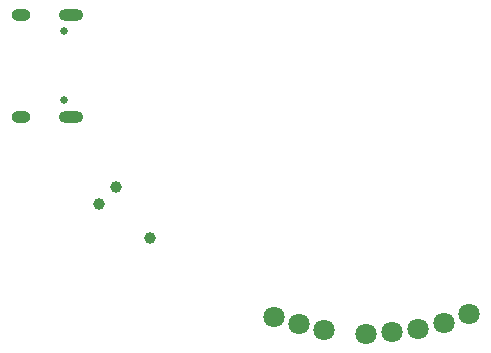
<source format=gts>
G04 #@! TF.GenerationSoftware,KiCad,Pcbnew,5.1.5+dfsg1-2build2*
G04 #@! TF.CreationDate,2020-10-18T16:37:04+02:00*
G04 #@! TF.ProjectId,lensmount-v1.1,6c656e73-6d6f-4756-9e74-2d76312e312e,rev?*
G04 #@! TF.SameCoordinates,Original*
G04 #@! TF.FileFunction,Soldermask,Top*
G04 #@! TF.FilePolarity,Negative*
%FSLAX46Y46*%
G04 Gerber Fmt 4.6, Leading zero omitted, Abs format (unit mm)*
G04 Created by KiCad (PCBNEW 5.1.5+dfsg1-2build2) date 2020-10-18 16:37:04*
%MOMM*%
%LPD*%
G04 APERTURE LIST*
%ADD10C,0.985520*%
%ADD11C,0.988060*%
%ADD12O,2.100000X1.000000*%
%ADD13O,1.600000X1.000000*%
%ADD14C,0.650000*%
%ADD15C,1.800000*%
G04 APERTURE END LIST*
D10*
X77085528Y-111322369D03*
X78522369Y-109885528D03*
D11*
X81396051Y-114196051D03*
D12*
X74685000Y-103920000D03*
X74685000Y-95280000D03*
D13*
X70505000Y-103920000D03*
X70505000Y-95280000D03*
D14*
X74155000Y-96710000D03*
X74155000Y-102490000D03*
D15*
X101900000Y-122200000D03*
X104125000Y-121875000D03*
X99700000Y-122325000D03*
X106275000Y-121400000D03*
X96175000Y-122000000D03*
X108425000Y-120650000D03*
X94000000Y-121500000D03*
X91900000Y-120850000D03*
M02*

</source>
